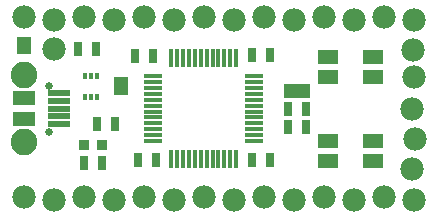
<source format=gts>
G04 #@! TF.FileFunction,Soldermask,Top*
%FSLAX46Y46*%
G04 Gerber Fmt 4.6, Leading zero omitted, Abs format (unit mm)*
G04 Created by KiCad (PCBNEW 4.0.7) date Monday, 20 November 2017 'AMt' 10:57:52*
%MOMM*%
%LPD*%
G01*
G04 APERTURE LIST*
%ADD10C,0.100000*%
%ADD11R,1.243000X0.735000*%
%ADD12R,1.243000X0.281000*%
%ADD13R,0.735000X1.243000*%
%ADD14R,0.999160X1.243000*%
%ADD15R,1.598600X0.348920*%
%ADD16R,0.348920X1.598600*%
%ADD17R,0.897560X0.897560*%
%ADD18O,1.979600X1.979600*%
%ADD19C,1.979600*%
%ADD20R,1.700000X1.200000*%
%ADD21C,2.250000*%
%ADD22R,1.950000X0.500000*%
%ADD23C,0.650000*%
%ADD24R,1.900000X1.300000*%
%ADD25R,0.430000X0.600000*%
G04 APERTURE END LIST*
D10*
D11*
X153670000Y-96674000D03*
X153670000Y-95858000D03*
D12*
X153670000Y-96266000D03*
D13*
X177546000Y-100076000D03*
X176022000Y-100076000D03*
D14*
X176784000Y-100076000D03*
D13*
X158242000Y-96520000D03*
X159766000Y-96520000D03*
D15*
X173207680Y-104348280D03*
X173207680Y-103847900D03*
X173207680Y-103347520D03*
X173207680Y-102849680D03*
X173207680Y-102349300D03*
X173207680Y-101848920D03*
X173207680Y-101351080D03*
X173207680Y-100850700D03*
X173207680Y-100350320D03*
X173207680Y-99852480D03*
X173207680Y-99352100D03*
X173207680Y-98851720D03*
D16*
X171658280Y-97302320D03*
X171157900Y-97302320D03*
X170657520Y-97302320D03*
X170159680Y-97302320D03*
X169659300Y-97302320D03*
X169158920Y-97302320D03*
X168661080Y-97302320D03*
X168160700Y-97302320D03*
X167660320Y-97302320D03*
X167162480Y-97302320D03*
X166662100Y-97302320D03*
X166161720Y-97302320D03*
D15*
X164612320Y-98851720D03*
X164612320Y-99352100D03*
X164612320Y-99852480D03*
X164612320Y-100350320D03*
X164612320Y-100850700D03*
X164612320Y-101351080D03*
X164612320Y-101848920D03*
X164612320Y-102349300D03*
X164612320Y-102849680D03*
X164612320Y-103347520D03*
X164612320Y-103847900D03*
X164612320Y-104348280D03*
D16*
X166161720Y-105897680D03*
X166662100Y-105897680D03*
X167162480Y-105897680D03*
X167660320Y-105897680D03*
X168160700Y-105897680D03*
X168661080Y-105897680D03*
X169158920Y-105897680D03*
X169659300Y-105897680D03*
X170159680Y-105897680D03*
X170657520Y-105897680D03*
X171157900Y-105897680D03*
X171658280Y-105897680D03*
D13*
X174498000Y-105981500D03*
X172974000Y-105981500D03*
X163322000Y-105981500D03*
X164846000Y-105981500D03*
X163068000Y-97155000D03*
X164592000Y-97155000D03*
X174498000Y-97028000D03*
X172974000Y-97028000D03*
X161417000Y-102870000D03*
X159893000Y-102870000D03*
D17*
X158762700Y-104648000D03*
X160261300Y-104648000D03*
D18*
X156210000Y-96570800D03*
D13*
X176022000Y-103124000D03*
X177546000Y-103124000D03*
X158750000Y-106172000D03*
X160274000Y-106172000D03*
D19*
X153670000Y-93853000D03*
X156210000Y-94107000D03*
X158750000Y-93853000D03*
X161290000Y-94107000D03*
X163830000Y-93853000D03*
X166370000Y-94107000D03*
X168910000Y-93853000D03*
X171450000Y-94107000D03*
X173990000Y-93853000D03*
X176530000Y-94107000D03*
X179070000Y-93853000D03*
X181610000Y-94107000D03*
X184150000Y-93853000D03*
X186690000Y-94107000D03*
X186690000Y-109347000D03*
X184150000Y-109093000D03*
X181610000Y-109347000D03*
X179070000Y-109093000D03*
X176530000Y-109347000D03*
X173990000Y-109093000D03*
X171450000Y-109347000D03*
X168910000Y-109093000D03*
X166370000Y-109347000D03*
X163830000Y-109093000D03*
X161290000Y-109347000D03*
X158750000Y-109093000D03*
X156210000Y-109347000D03*
X153670000Y-109093000D03*
X186563000Y-106680000D03*
X186817000Y-104140000D03*
X186563000Y-101600000D03*
X186728100Y-98958400D03*
X186651900Y-96621600D03*
D20*
X179456000Y-97193100D03*
X179456000Y-98894000D03*
X183256000Y-97193100D03*
X183256000Y-98894900D03*
X183256000Y-106006900D03*
X183256000Y-104306000D03*
X179456000Y-106006900D03*
X179456000Y-104305100D03*
D21*
X153670000Y-104425000D03*
D22*
X156670000Y-102900000D03*
X156670000Y-102250000D03*
X156670000Y-101600000D03*
X156670000Y-100950000D03*
X156670000Y-100300000D03*
D21*
X153670000Y-98775000D03*
D23*
X155820000Y-103550000D03*
X155820000Y-99650000D03*
D24*
X153670000Y-100700000D03*
X153670000Y-102500000D03*
D13*
X176022000Y-101600000D03*
X177546000Y-101600000D03*
D25*
X159385000Y-98795000D03*
X158885000Y-100595000D03*
X159885000Y-100595000D03*
X159385000Y-100595000D03*
X159885000Y-98795000D03*
X158885000Y-98795000D03*
D11*
X161925000Y-100103000D03*
X161925000Y-99287000D03*
D12*
X161925000Y-99695000D03*
M02*

</source>
